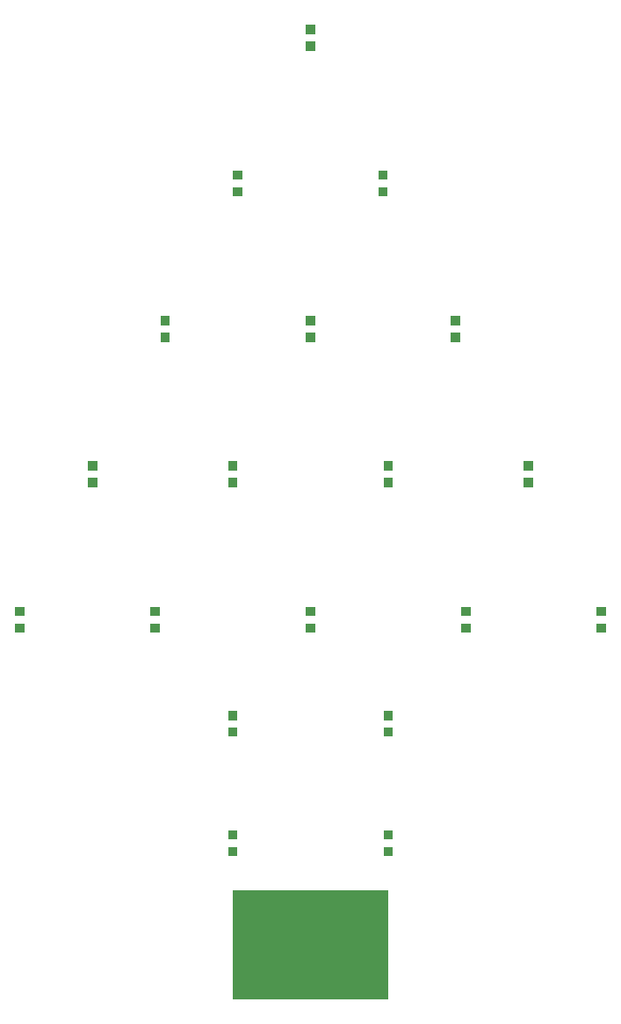
<source format=gts>
G04 #@! TF.GenerationSoftware,KiCad,Pcbnew,(5.0.2)-1*
G04 #@! TF.CreationDate,2020-04-04T16:59:22+09:00*
G04 #@! TF.ProjectId,Tree,54726565-2e6b-4696-9361-645f70636258,rev?*
G04 #@! TF.SameCoordinates,Original*
G04 #@! TF.FileFunction,Soldermask,Top*
G04 #@! TF.FilePolarity,Negative*
%FSLAX46Y46*%
G04 Gerber Fmt 4.6, Leading zero omitted, Abs format (unit mm)*
G04 Created by KiCad (PCBNEW (5.0.2)-1) date 2020/04/04 16:59:22*
%MOMM*%
%LPD*%
G01*
G04 APERTURE LIST*
%ADD10C,0.100000*%
G04 APERTURE END LIST*
D10*
G36*
X137500000Y-155000000D02*
X122500000Y-155000000D01*
X122500000Y-144500000D01*
X137500000Y-144500000D01*
X137500000Y-155000000D01*
X137500000Y-155000000D01*
G37*
G36*
X137951000Y-141251000D02*
X137049000Y-141251000D01*
X137049000Y-140349000D01*
X137951000Y-140349000D01*
X137951000Y-141251000D01*
X137951000Y-141251000D01*
G37*
G36*
X122951000Y-141251000D02*
X122049000Y-141251000D01*
X122049000Y-140349000D01*
X122951000Y-140349000D01*
X122951000Y-141251000D01*
X122951000Y-141251000D01*
G37*
G36*
X122951000Y-139651000D02*
X122049000Y-139651000D01*
X122049000Y-138749000D01*
X122951000Y-138749000D01*
X122951000Y-139651000D01*
X122951000Y-139651000D01*
G37*
G36*
X137951000Y-139651000D02*
X137049000Y-139651000D01*
X137049000Y-138749000D01*
X137951000Y-138749000D01*
X137951000Y-139651000D01*
X137951000Y-139651000D01*
G37*
G36*
X122951000Y-129751000D02*
X122049000Y-129751000D01*
X122049000Y-128849000D01*
X122951000Y-128849000D01*
X122951000Y-129751000D01*
X122951000Y-129751000D01*
G37*
G36*
X137951000Y-129751000D02*
X137049000Y-129751000D01*
X137049000Y-128849000D01*
X137951000Y-128849000D01*
X137951000Y-129751000D01*
X137951000Y-129751000D01*
G37*
G36*
X122951000Y-128151000D02*
X122049000Y-128151000D01*
X122049000Y-127249000D01*
X122951000Y-127249000D01*
X122951000Y-128151000D01*
X122951000Y-128151000D01*
G37*
G36*
X137951000Y-128151000D02*
X137049000Y-128151000D01*
X137049000Y-127249000D01*
X137951000Y-127249000D01*
X137951000Y-128151000D01*
X137951000Y-128151000D01*
G37*
G36*
X158451000Y-119751000D02*
X157549000Y-119751000D01*
X157549000Y-118849000D01*
X158451000Y-118849000D01*
X158451000Y-119751000D01*
X158451000Y-119751000D01*
G37*
G36*
X102451000Y-119751000D02*
X101549000Y-119751000D01*
X101549000Y-118849000D01*
X102451000Y-118849000D01*
X102451000Y-119751000D01*
X102451000Y-119751000D01*
G37*
G36*
X115451000Y-119751000D02*
X114549000Y-119751000D01*
X114549000Y-118849000D01*
X115451000Y-118849000D01*
X115451000Y-119751000D01*
X115451000Y-119751000D01*
G37*
G36*
X130451000Y-119751000D02*
X129549000Y-119751000D01*
X129549000Y-118849000D01*
X130451000Y-118849000D01*
X130451000Y-119751000D01*
X130451000Y-119751000D01*
G37*
G36*
X145451000Y-119750999D02*
X144549000Y-119750999D01*
X144549000Y-118848999D01*
X145451000Y-118848999D01*
X145451000Y-119750999D01*
X145451000Y-119750999D01*
G37*
G36*
X145451000Y-118151001D02*
X144549000Y-118151001D01*
X144549000Y-117249001D01*
X145451000Y-117249001D01*
X145451000Y-118151001D01*
X145451000Y-118151001D01*
G37*
G36*
X115451000Y-118151000D02*
X114549000Y-118151000D01*
X114549000Y-117249000D01*
X115451000Y-117249000D01*
X115451000Y-118151000D01*
X115451000Y-118151000D01*
G37*
G36*
X102451000Y-118151000D02*
X101549000Y-118151000D01*
X101549000Y-117249000D01*
X102451000Y-117249000D01*
X102451000Y-118151000D01*
X102451000Y-118151000D01*
G37*
G36*
X158451000Y-118151000D02*
X157549000Y-118151000D01*
X157549000Y-117249000D01*
X158451000Y-117249000D01*
X158451000Y-118151000D01*
X158451000Y-118151000D01*
G37*
G36*
X130451000Y-118151000D02*
X129549000Y-118151000D01*
X129549000Y-117249000D01*
X130451000Y-117249000D01*
X130451000Y-118151000D01*
X130451000Y-118151000D01*
G37*
G36*
X137951000Y-105751000D02*
X137049000Y-105751000D01*
X137049000Y-104849000D01*
X137951000Y-104849000D01*
X137951000Y-105751000D01*
X137951000Y-105751000D01*
G37*
G36*
X109451000Y-105751000D02*
X108549000Y-105751000D01*
X108549000Y-104849000D01*
X109451000Y-104849000D01*
X109451000Y-105751000D01*
X109451000Y-105751000D01*
G37*
G36*
X122951000Y-105751000D02*
X122049000Y-105751000D01*
X122049000Y-104849000D01*
X122951000Y-104849000D01*
X122951000Y-105751000D01*
X122951000Y-105751000D01*
G37*
G36*
X151451000Y-105750999D02*
X150549000Y-105750999D01*
X150549000Y-104848999D01*
X151451000Y-104848999D01*
X151451000Y-105750999D01*
X151451000Y-105750999D01*
G37*
G36*
X151451000Y-104151001D02*
X150549000Y-104151001D01*
X150549000Y-103249001D01*
X151451000Y-103249001D01*
X151451000Y-104151001D01*
X151451000Y-104151001D01*
G37*
G36*
X137951000Y-104151000D02*
X137049000Y-104151000D01*
X137049000Y-103249000D01*
X137951000Y-103249000D01*
X137951000Y-104151000D01*
X137951000Y-104151000D01*
G37*
G36*
X109451000Y-104151000D02*
X108549000Y-104151000D01*
X108549000Y-103249000D01*
X109451000Y-103249000D01*
X109451000Y-104151000D01*
X109451000Y-104151000D01*
G37*
G36*
X122951000Y-104151000D02*
X122049000Y-104151000D01*
X122049000Y-103249000D01*
X122951000Y-103249000D01*
X122951000Y-104151000D01*
X122951000Y-104151000D01*
G37*
G36*
X144451000Y-91751000D02*
X143549000Y-91751000D01*
X143549000Y-90849000D01*
X144451000Y-90849000D01*
X144451000Y-91751000D01*
X144451000Y-91751000D01*
G37*
G36*
X116451000Y-91751000D02*
X115549000Y-91751000D01*
X115549000Y-90849000D01*
X116451000Y-90849000D01*
X116451000Y-91751000D01*
X116451000Y-91751000D01*
G37*
G36*
X130451000Y-91750999D02*
X129549000Y-91750999D01*
X129549000Y-90848999D01*
X130451000Y-90848999D01*
X130451000Y-91750999D01*
X130451000Y-91750999D01*
G37*
G36*
X130451000Y-90151001D02*
X129549000Y-90151001D01*
X129549000Y-89249001D01*
X130451000Y-89249001D01*
X130451000Y-90151001D01*
X130451000Y-90151001D01*
G37*
G36*
X144451000Y-90151000D02*
X143549000Y-90151000D01*
X143549000Y-89249000D01*
X144451000Y-89249000D01*
X144451000Y-90151000D01*
X144451000Y-90151000D01*
G37*
G36*
X116451000Y-90151000D02*
X115549000Y-90151000D01*
X115549000Y-89249000D01*
X116451000Y-89249000D01*
X116451000Y-90151000D01*
X116451000Y-90151000D01*
G37*
G36*
X137451000Y-77751000D02*
X136549000Y-77751000D01*
X136549000Y-76849000D01*
X137451000Y-76849000D01*
X137451000Y-77751000D01*
X137451000Y-77751000D01*
G37*
G36*
X123451000Y-77751000D02*
X122549000Y-77751000D01*
X122549000Y-76849000D01*
X123451000Y-76849000D01*
X123451000Y-77751000D01*
X123451000Y-77751000D01*
G37*
G36*
X137451000Y-76151000D02*
X136549000Y-76151000D01*
X136549000Y-75249000D01*
X137451000Y-75249000D01*
X137451000Y-76151000D01*
X137451000Y-76151000D01*
G37*
G36*
X123451000Y-76151000D02*
X122549000Y-76151000D01*
X122549000Y-75249000D01*
X123451000Y-75249000D01*
X123451000Y-76151000D01*
X123451000Y-76151000D01*
G37*
G36*
X130451000Y-63751000D02*
X129549000Y-63751000D01*
X129549000Y-62849000D01*
X130451000Y-62849000D01*
X130451000Y-63751000D01*
X130451000Y-63751000D01*
G37*
G36*
X130451000Y-62151000D02*
X129549000Y-62151000D01*
X129549000Y-61249000D01*
X130451000Y-61249000D01*
X130451000Y-62151000D01*
X130451000Y-62151000D01*
G37*
M02*

</source>
